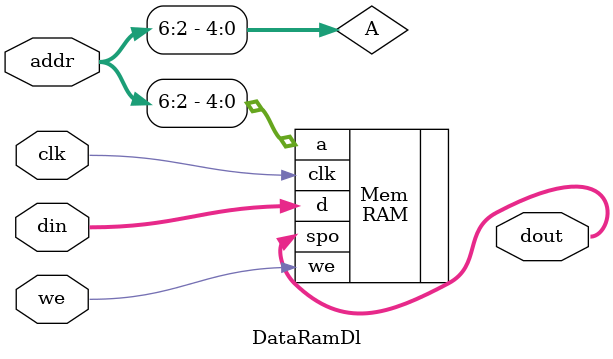
<source format=v>
`timescale 1ns / 1ps
module DataRamDl(
	input clk,
	input [31:0]addr,
	input [31:0]din,
	input we,
	output [31:0]dout
    );
	 
	wire [4:0]A;
	assign A=(addr>>2);
	RAM Mem(.a(A),.d(din),.we(we),.clk(clk),.spo(dout));


endmodule

</source>
